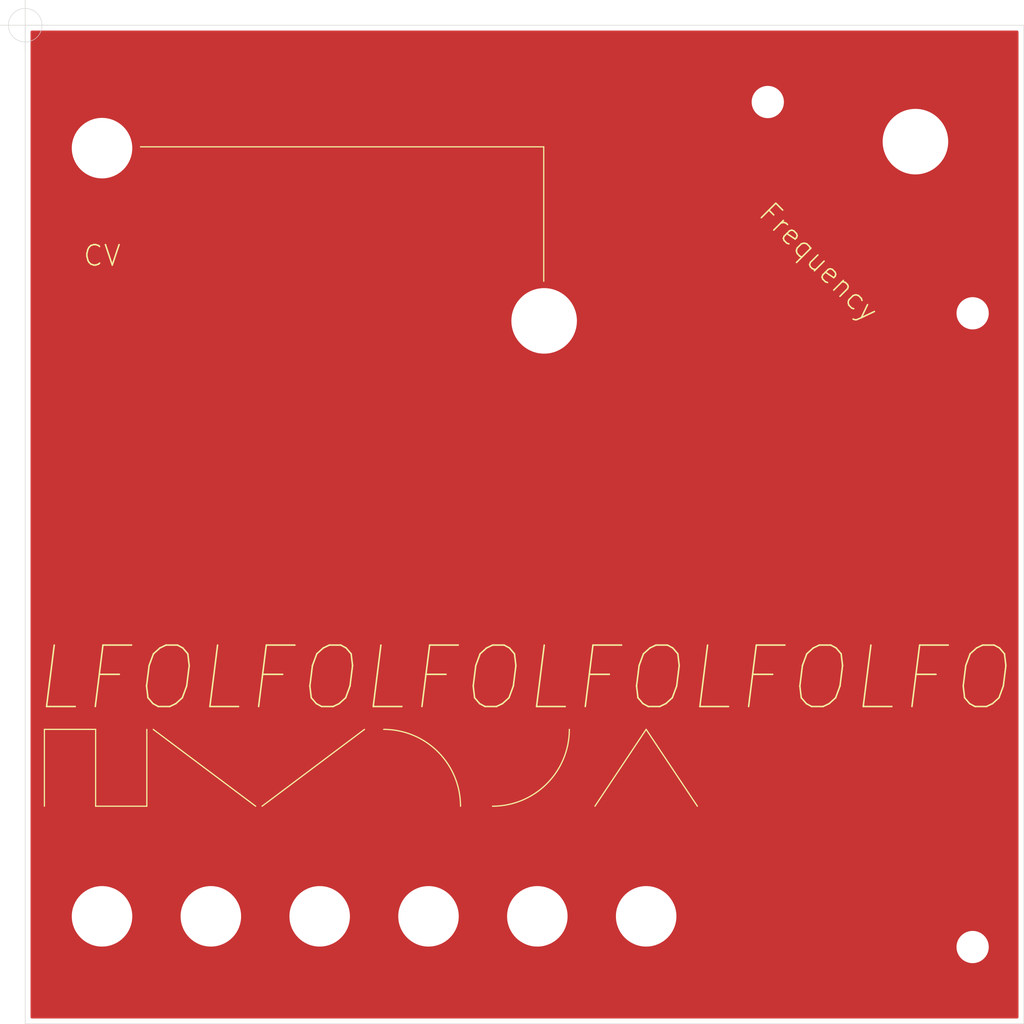
<source format=kicad_pcb>
(kicad_pcb (version 20171130) (host pcbnew 5.1.12-1.fc34)

  (general
    (thickness 1.6)
    (drawings 21)
    (tracks 0)
    (zones 0)
    (modules 12)
    (nets 1)
  )

  (page A4)
  (layers
    (0 F.Cu signal)
    (31 B.Cu signal)
    (32 B.Adhes user)
    (33 F.Adhes user)
    (34 B.Paste user)
    (35 F.Paste user)
    (36 B.SilkS user)
    (37 F.SilkS user)
    (38 B.Mask user)
    (39 F.Mask user)
    (40 Dwgs.User user)
    (41 Cmts.User user)
    (42 Eco1.User user)
    (43 Eco2.User user)
    (44 Edge.Cuts user)
    (45 Margin user)
    (46 B.CrtYd user)
    (47 F.CrtYd user)
    (48 B.Fab user)
    (49 F.Fab user)
  )

  (setup
    (last_trace_width 0.25)
    (trace_clearance 0.2)
    (zone_clearance 0.508)
    (zone_45_only no)
    (trace_min 0.2)
    (via_size 0.8)
    (via_drill 0.4)
    (via_min_size 0.4)
    (via_min_drill 0.3)
    (uvia_size 0.3)
    (uvia_drill 0.1)
    (uvias_allowed no)
    (uvia_min_size 0.2)
    (uvia_min_drill 0.1)
    (edge_width 0.05)
    (segment_width 0.2)
    (pcb_text_width 0.3)
    (pcb_text_size 1.5 1.5)
    (mod_edge_width 0.12)
    (mod_text_size 1 1)
    (mod_text_width 0.15)
    (pad_size 1.524 1.524)
    (pad_drill 0.762)
    (pad_to_mask_clearance 0)
    (aux_axis_origin 63.5 50.8)
    (grid_origin 63.5 50.8)
    (visible_elements FFFFFF7F)
    (pcbplotparams
      (layerselection 0x010fc_ffffffff)
      (usegerberextensions false)
      (usegerberattributes true)
      (usegerberadvancedattributes true)
      (creategerberjobfile true)
      (excludeedgelayer true)
      (linewidth 0.100000)
      (plotframeref false)
      (viasonmask false)
      (mode 1)
      (useauxorigin false)
      (hpglpennumber 1)
      (hpglpenspeed 20)
      (hpglpendiameter 15.000000)
      (psnegative false)
      (psa4output false)
      (plotreference true)
      (plotvalue true)
      (plotinvisibletext false)
      (padsonsilk false)
      (subtractmaskfromsilk false)
      (outputformat 1)
      (mirror false)
      (drillshape 1)
      (scaleselection 1)
      (outputdirectory ""))
  )

  (net 0 "")

  (net_class Default "This is the default net class."
    (clearance 0.2)
    (trace_width 0.25)
    (via_dia 0.8)
    (via_drill 0.4)
    (uvia_dia 0.3)
    (uvia_drill 0.1)
  )

  (module MountingHole:MountingHole_3.2mm_M3 (layer F.Cu) (tedit 56D1B4CB) (tstamp 61E0F57D)
    (at 157.48 142.24)
    (descr "Mounting Hole 3.2mm, no annular, M3")
    (tags "mounting hole 3.2mm no annular m3")
    (attr virtual)
    (fp_text reference REF** (at 0 -4.2) (layer F.SilkS) hide
      (effects (font (size 1 1) (thickness 0.15)))
    )
    (fp_text value MountingHole_3.2mm_M3 (at 0 4.2) (layer F.Fab) hide
      (effects (font (size 1 1) (thickness 0.15)))
    )
    (fp_text user %R (at 0.3 0) (layer F.Fab) hide
      (effects (font (size 1 1) (thickness 0.15)))
    )
    (fp_circle (center 0 0) (end 3.2 0) (layer Cmts.User) (width 0.15))
    (fp_circle (center 0 0) (end 3.45 0) (layer F.CrtYd) (width 0.05))
    (pad 1 np_thru_hole circle (at 0 0) (size 3.2 3.2) (drill 3.2) (layers *.Cu *.Mask))
  )

  (module MountingHole:MountingHole_3.2mm_M3 (layer F.Cu) (tedit 56D1B4CB) (tstamp 61E0F568)
    (at 157.48 79.375)
    (descr "Mounting Hole 3.2mm, no annular, M3")
    (tags "mounting hole 3.2mm no annular m3")
    (attr virtual)
    (fp_text reference REF** (at 0 -4.2) (layer F.SilkS) hide
      (effects (font (size 1 1) (thickness 0.15)))
    )
    (fp_text value MountingHole_3.2mm_M3 (at 0 4.2) (layer F.Fab) hide
      (effects (font (size 1 1) (thickness 0.15)))
    )
    (fp_circle (center 0 0) (end 3.45 0) (layer F.CrtYd) (width 0.05))
    (fp_circle (center 0 0) (end 3.2 0) (layer Cmts.User) (width 0.15))
    (fp_text user %R (at 0.3 0) (layer F.Fab) hide
      (effects (font (size 1 1) (thickness 0.15)))
    )
    (pad 1 np_thru_hole circle (at 0 0) (size 3.2 3.2) (drill 3.2) (layers *.Cu *.Mask))
  )

  (module MountingHole:MountingHole_3.2mm_M3 (layer F.Cu) (tedit 56D1B4CB) (tstamp 61E0F538)
    (at 137.16 58.42)
    (descr "Mounting Hole 3.2mm, no annular, M3")
    (tags "mounting hole 3.2mm no annular m3")
    (attr virtual)
    (fp_text reference REF** (at 0 -4.2) (layer F.SilkS) hide
      (effects (font (size 1 1) (thickness 0.15)))
    )
    (fp_text value MountingHole_3.2mm_M3 (at 0 4.2) (layer F.Fab) hide
      (effects (font (size 1 1) (thickness 0.15)))
    )
    (fp_text user %R (at 0.3 0) (layer F.Fab) hide
      (effects (font (size 1 1) (thickness 0.15)))
    )
    (fp_circle (center 0 0) (end 3.2 0) (layer Cmts.User) (width 0.15))
    (fp_circle (center 0 0) (end 3.45 0) (layer F.CrtYd) (width 0.05))
    (pad 1 np_thru_hole circle (at 0 0) (size 3.2 3.2) (drill 3.2) (layers *.Cu *.Mask))
  )

  (module MountingHole:MountingHole_6.5mm (layer F.Cu) (tedit 56D1B4CB) (tstamp 61E0F40C)
    (at 151.80564 62.34938)
    (descr "Mounting Hole 6.5mm, no annular")
    (tags "mounting hole 6.5mm no annular")
    (attr virtual)
    (fp_text reference REF** (at 0 -7.5) (layer F.SilkS) hide
      (effects (font (size 1 1) (thickness 0.15)))
    )
    (fp_text value MountingHole_6.5mm (at 0 7.5) (layer F.Fab) hide
      (effects (font (size 1 1) (thickness 0.15)))
    )
    (fp_circle (center 0 0) (end 6.75 0) (layer F.CrtYd) (width 0.05))
    (fp_circle (center 0 0) (end 6.5 0) (layer Cmts.User) (width 0.15))
    (fp_text user %R (at 0.3 0) (layer F.Fab) hide
      (effects (font (size 1 1) (thickness 0.15)))
    )
    (pad 1 np_thru_hole circle (at 0 0) (size 6.5 6.5) (drill 6.5) (layers *.Cu *.Mask))
  )

  (module MountingHole:MountingHole_6.5mm (layer F.Cu) (tedit 56D1B4CB) (tstamp 61E0F3AD)
    (at 114.97564 80.12938)
    (descr "Mounting Hole 6.5mm, no annular")
    (tags "mounting hole 6.5mm no annular")
    (attr virtual)
    (fp_text reference REF** (at 0 -7.5) (layer F.SilkS) hide
      (effects (font (size 1 1) (thickness 0.15)))
    )
    (fp_text value MountingHole_6.5mm (at 0 7.5) (layer F.Fab) hide
      (effects (font (size 1 1) (thickness 0.15)))
    )
    (fp_text user %R (at 0.3 0) (layer F.Fab) hide
      (effects (font (size 1 1) (thickness 0.15)))
    )
    (fp_circle (center 0 0) (end 6.5 0) (layer Cmts.User) (width 0.15))
    (fp_circle (center 0 0) (end 6.75 0) (layer F.CrtYd) (width 0.05))
    (pad 1 np_thru_hole circle (at 0 0) (size 6.5 6.5) (drill 6.5) (layers *.Cu *.Mask))
  )

  (module MountingHole:MountingHole_6mm (layer F.Cu) (tedit 56D1B4CB) (tstamp 61E0F2B9)
    (at 125.095 139.19454)
    (descr "Mounting Hole 6mm, no annular")
    (tags "mounting hole 6mm no annular")
    (attr virtual)
    (fp_text reference REF** (at 0 -7) (layer F.SilkS) hide
      (effects (font (size 1 1) (thickness 0.15)))
    )
    (fp_text value MountingHole_6mm (at 0 7) (layer F.Fab) hide
      (effects (font (size 1 1) (thickness 0.15)))
    )
    (fp_text user %R (at -73.025 -55.11546) (layer F.Fab) hide
      (effects (font (size 1 1) (thickness 0.15)))
    )
    (fp_circle (center 0 0) (end 6 0) (layer Cmts.User) (width 0.15))
    (fp_circle (center 0 0) (end 6.25 0) (layer F.CrtYd) (width 0.05))
    (pad 1 np_thru_hole circle (at 0 0) (size 6 6) (drill 6) (layers *.Cu *.Mask))
  )

  (module MountingHole:MountingHole_6mm (layer F.Cu) (tedit 56D1B4CB) (tstamp 61E0F2A4)
    (at 114.3 139.19454)
    (descr "Mounting Hole 6mm, no annular")
    (tags "mounting hole 6mm no annular")
    (attr virtual)
    (fp_text reference REF** (at 0 -7) (layer F.SilkS) hide
      (effects (font (size 1 1) (thickness 0.15)))
    )
    (fp_text value MountingHole_6mm (at 0 7) (layer F.Fab) hide
      (effects (font (size 1 1) (thickness 0.15)))
    )
    (fp_circle (center 0 0) (end 6.25 0) (layer F.CrtYd) (width 0.05))
    (fp_circle (center 0 0) (end 6 0) (layer Cmts.User) (width 0.15))
    (fp_text user %R (at -73.025 -55.11546) (layer F.Fab) hide
      (effects (font (size 1 1) (thickness 0.15)))
    )
    (pad 1 np_thru_hole circle (at 0 0) (size 6 6) (drill 6) (layers *.Cu *.Mask))
  )

  (module MountingHole:MountingHole_6mm (layer F.Cu) (tedit 56D1B4CB) (tstamp 61E0F27F)
    (at 103.505 139.19454)
    (descr "Mounting Hole 6mm, no annular")
    (tags "mounting hole 6mm no annular")
    (attr virtual)
    (fp_text reference REF** (at 0 -7) (layer F.SilkS) hide
      (effects (font (size 1 1) (thickness 0.15)))
    )
    (fp_text value MountingHole_6mm (at 0 7) (layer F.Fab) hide
      (effects (font (size 1 1) (thickness 0.15)))
    )
    (fp_text user %R (at -73.025 -55.11546) (layer F.Fab) hide
      (effects (font (size 1 1) (thickness 0.15)))
    )
    (fp_circle (center 0 0) (end 6 0) (layer Cmts.User) (width 0.15))
    (fp_circle (center 0 0) (end 6.25 0) (layer F.CrtYd) (width 0.05))
    (pad 1 np_thru_hole circle (at 0 0) (size 6 6) (drill 6) (layers *.Cu *.Mask))
  )

  (module MountingHole:MountingHole_6mm (layer F.Cu) (tedit 56D1B4CB) (tstamp 61E0F262)
    (at 92.71 139.19454)
    (descr "Mounting Hole 6mm, no annular")
    (tags "mounting hole 6mm no annular")
    (attr virtual)
    (fp_text reference REF** (at 0 -7) (layer F.SilkS) hide
      (effects (font (size 1 1) (thickness 0.15)))
    )
    (fp_text value MountingHole_6mm (at 0 7) (layer F.Fab) hide
      (effects (font (size 1 1) (thickness 0.15)))
    )
    (fp_circle (center 0 0) (end 6.25 0) (layer F.CrtYd) (width 0.05))
    (fp_circle (center 0 0) (end 6 0) (layer Cmts.User) (width 0.15))
    (fp_text user %R (at -73.025 -55.11546) (layer F.Fab) hide
      (effects (font (size 1 1) (thickness 0.15)))
    )
    (pad 1 np_thru_hole circle (at 0 0) (size 6 6) (drill 6) (layers *.Cu *.Mask))
  )

  (module MountingHole:MountingHole_6mm (layer F.Cu) (tedit 56D1B4CB) (tstamp 61E0F240)
    (at 81.915 139.19454)
    (descr "Mounting Hole 6mm, no annular")
    (tags "mounting hole 6mm no annular")
    (attr virtual)
    (fp_text reference REF** (at 0 -7) (layer F.SilkS) hide
      (effects (font (size 1 1) (thickness 0.15)))
    )
    (fp_text value MountingHole_6mm (at 0 7) (layer F.Fab) hide
      (effects (font (size 1 1) (thickness 0.15)))
    )
    (fp_text user %R (at -73.025 -55.11546) (layer F.Fab) hide
      (effects (font (size 1 1) (thickness 0.15)))
    )
    (fp_circle (center 0 0) (end 6 0) (layer Cmts.User) (width 0.15))
    (fp_circle (center 0 0) (end 6.25 0) (layer F.CrtYd) (width 0.05))
    (pad 1 np_thru_hole circle (at 0 0) (size 6 6) (drill 6) (layers *.Cu *.Mask))
  )

  (module MountingHole:MountingHole_6mm (layer F.Cu) (tedit 56D1B4CB) (tstamp 61E0F216)
    (at 71.12 139.19454)
    (descr "Mounting Hole 6mm, no annular")
    (tags "mounting hole 6mm no annular")
    (attr virtual)
    (fp_text reference REF** (at 0 -7) (layer F.SilkS) hide
      (effects (font (size 1 1) (thickness 0.15)))
    )
    (fp_text value MountingHole_6mm (at 0 7) (layer F.Fab) hide
      (effects (font (size 1 1) (thickness 0.15)))
    )
    (fp_circle (center 0 0) (end 6.25 0) (layer F.CrtYd) (width 0.05))
    (fp_circle (center 0 0) (end 6 0) (layer Cmts.User) (width 0.15))
    (fp_text user %R (at -73.025 -55.11546) (layer F.Fab) hide
      (effects (font (size 1 1) (thickness 0.15)))
    )
    (pad 1 np_thru_hole circle (at 0 0) (size 6 6) (drill 6) (layers *.Cu *.Mask))
  )

  (module MountingHole:MountingHole_6mm (layer F.Cu) (tedit 56D1B4CB) (tstamp 61E0F18A)
    (at 71.12 62.99454)
    (descr "Mounting Hole 6mm, no annular")
    (tags "mounting hole 6mm no annular")
    (attr virtual)
    (fp_text reference REF** (at 0 -7) (layer F.SilkS) hide
      (effects (font (size 1 1) (thickness 0.15)))
    )
    (fp_text value MountingHole_6mm (at 0 7) (layer F.Fab) hide
      (effects (font (size 1 1) (thickness 0.15)))
    )
    (fp_text user %R (at -73.025 -55.11546) (layer F.Fab) hide
      (effects (font (size 1 1) (thickness 0.15)))
    )
    (fp_circle (center 0 0) (end 6 0) (layer Cmts.User) (width 0.15))
    (fp_circle (center 0 0) (end 6.25 0) (layer F.CrtYd) (width 0.05))
    (pad 1 np_thru_hole circle (at 0 0) (size 6 6) (drill 6) (layers *.Cu *.Mask))
  )

  (gr_text LFOLFOLFOLFOLFOLFO (at 64.135 115.57) (layer F.SilkS) (tstamp 61E0F5D6)
    (effects (font (size 6.096 5.969) (thickness 0.15) italic) (justify left))
  )
  (gr_line (start 125.095 120.65) (end 130.175 128.27) (layer F.SilkS) (width 0.12) (tstamp 61E0F5C4))
  (gr_line (start 120.015 128.27) (end 125.095 120.65) (layer F.SilkS) (width 0.12) (tstamp 61E0F5C3))
  (gr_arc (start 109.855 120.65) (end 109.855 128.27) (angle -90) (layer F.SilkS) (width 0.12) (tstamp 61E0F5BB))
  (gr_arc (start 99.06 128.27) (end 106.68 128.27) (angle -90) (layer F.SilkS) (width 0.12))
  (gr_line (start 86.995 128.27) (end 97.155 120.65) (layer F.SilkS) (width 0.12))
  (gr_line (start 76.2 120.65) (end 86.36 128.27) (layer F.SilkS) (width 0.12))
  (gr_line (start 75.565 128.27) (end 75.565 120.65) (layer F.SilkS) (width 0.12))
  (gr_line (start 70.485 128.27) (end 75.565 128.27) (layer F.SilkS) (width 0.12))
  (gr_line (start 70.485 120.65) (end 70.485 128.27) (layer F.SilkS) (width 0.12))
  (gr_line (start 65.405 120.65) (end 70.485 120.65) (layer F.SilkS) (width 0.12))
  (gr_line (start 65.405 128.27) (end 65.405 120.65) (layer F.SilkS) (width 0.12))
  (gr_text Frequency (at 142.24 74.295 -45) (layer F.SilkS) (tstamp 61E0F596)
    (effects (font (size 2.032 2.032) (thickness 0.15)))
  )
  (gr_text CV (at 71.12 73.66) (layer F.SilkS)
    (effects (font (size 2.032 2.032) (thickness 0.15)))
  )
  (gr_line (start 114.935 62.865) (end 114.935 76.2) (layer F.SilkS) (width 0.12))
  (gr_line (start 74.93 62.865) (end 114.935 62.865) (layer F.SilkS) (width 0.12))
  (target plus (at 63.5 50.8) (size 5) (width 0.05) (layer Edge.Cuts))
  (gr_line (start 63.5 149.86) (end 63.5 50.8) (layer Edge.Cuts) (width 0.05) (tstamp 61E09185))
  (gr_line (start 162.56 149.86) (end 63.5 149.86) (layer Edge.Cuts) (width 0.05))
  (gr_line (start 162.56 50.8) (end 162.56 149.86) (layer Edge.Cuts) (width 0.05))
  (gr_line (start 63.5 50.8) (end 162.56 50.8) (layer Edge.Cuts) (width 0.05))

  (zone (net 0) (net_name "") (layer F.Cu) (tstamp 0) (hatch edge 0.508)
    (connect_pads (clearance 0.508))
    (min_thickness 0.254)
    (fill yes (arc_segments 32) (thermal_gap 0.508) (thermal_bridge_width 0.508))
    (polygon
      (pts
        (xy 162.56 149.86) (xy 63.5 149.86) (xy 63.5 50.8) (xy 162.56 50.8)
      )
    )
    (filled_polygon
      (pts
        (xy 161.900001 149.2) (xy 64.16 149.2) (xy 64.16 51.46) (xy 161.9 51.46)
      )
    )
  )
  (zone (net 0) (net_name "") (layer B.Cu) (tstamp 61E091B1) (hatch edge 0.508)
    (connect_pads (clearance 0.508))
    (min_thickness 0.254)
    (fill (arc_segments 32) (thermal_gap 0.508) (thermal_bridge_width 0.508))
    (polygon
      (pts
        (xy 162.56 149.86) (xy 63.5 149.86) (xy 63.5 50.8) (xy 162.56 50.8)
      )
    )
  )
)

</source>
